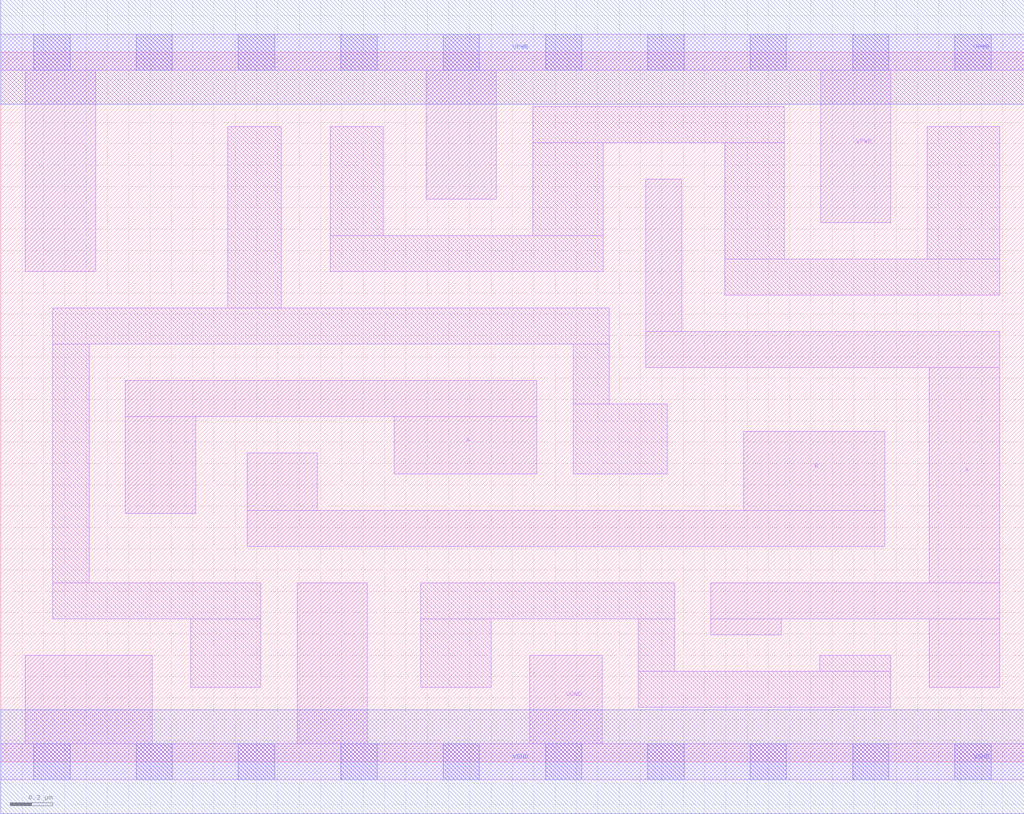
<source format=lef>
# Copyright 2020 The SkyWater PDK Authors
#
# Licensed under the Apache License, Version 2.0 (the "License");
# you may not use this file except in compliance with the License.
# You may obtain a copy of the License at
#
#     https://www.apache.org/licenses/LICENSE-2.0
#
# Unless required by applicable law or agreed to in writing, software
# distributed under the License is distributed on an "AS IS" BASIS,
# WITHOUT WARRANTIES OR CONDITIONS OF ANY KIND, either express or implied.
# See the License for the specific language governing permissions and
# limitations under the License.
#
# SPDX-License-Identifier: Apache-2.0

VERSION 5.7 ;
  NAMESCASESENSITIVE ON ;
  NOWIREEXTENSIONATPIN ON ;
  DIVIDERCHAR "/" ;
  BUSBITCHARS "[]" ;
UNITS
  DATABASE MICRONS 200 ;
END UNITS
MACRO sky130_fd_sc_ms__xor2_2
  CLASS CORE ;
  SOURCE USER ;
  FOREIGN sky130_fd_sc_ms__xor2_2 ;
  ORIGIN  0.000000  0.000000 ;
  SIZE  4.800000 BY  3.330000 ;
  SYMMETRY X Y ;
  SITE unit ;
  PIN A
    ANTENNAGATEAREA  0.901200 ;
    DIRECTION INPUT ;
    USE SIGNAL ;
    PORT
      LAYER li1 ;
        RECT 0.585000 1.165000 0.915000 1.620000 ;
        RECT 0.585000 1.620000 2.515000 1.790000 ;
        RECT 1.845000 1.350000 2.515000 1.620000 ;
    END
  END A
  PIN B
    ANTENNAGATEAREA  0.901200 ;
    DIRECTION INPUT ;
    USE SIGNAL ;
    PORT
      LAYER li1 ;
        RECT 1.155000 1.010000 4.145000 1.180000 ;
        RECT 1.155000 1.180000 1.485000 1.450000 ;
        RECT 3.485000 1.180000 4.145000 1.550000 ;
    END
  END B
  PIN X
    ANTENNADIFFAREA  0.720500 ;
    DIRECTION OUTPUT ;
    USE SIGNAL ;
    PORT
      LAYER li1 ;
        RECT 3.025000 1.850000 4.685000 2.020000 ;
        RECT 3.025000 2.020000 3.195000 2.735000 ;
        RECT 3.330000 0.595000 3.660000 0.670000 ;
        RECT 3.330000 0.670000 4.685000 0.840000 ;
        RECT 4.355000 0.350000 4.685000 0.670000 ;
        RECT 4.355000 0.840000 4.685000 1.850000 ;
    END
  END X
  PIN VGND
    DIRECTION INOUT ;
    USE GROUND ;
    PORT
      LAYER li1 ;
        RECT 0.000000 -0.085000 4.800000 0.085000 ;
        RECT 0.115000  0.085000 0.710000 0.500000 ;
        RECT 1.390000  0.085000 1.720000 0.840000 ;
        RECT 2.480000  0.085000 2.820000 0.500000 ;
      LAYER mcon ;
        RECT 0.155000 -0.085000 0.325000 0.085000 ;
        RECT 0.635000 -0.085000 0.805000 0.085000 ;
        RECT 1.115000 -0.085000 1.285000 0.085000 ;
        RECT 1.595000 -0.085000 1.765000 0.085000 ;
        RECT 2.075000 -0.085000 2.245000 0.085000 ;
        RECT 2.555000 -0.085000 2.725000 0.085000 ;
        RECT 3.035000 -0.085000 3.205000 0.085000 ;
        RECT 3.515000 -0.085000 3.685000 0.085000 ;
        RECT 3.995000 -0.085000 4.165000 0.085000 ;
        RECT 4.475000 -0.085000 4.645000 0.085000 ;
      LAYER met1 ;
        RECT 0.000000 -0.245000 4.800000 0.245000 ;
    END
  END VGND
  PIN VPWR
    DIRECTION INOUT ;
    USE POWER ;
    PORT
      LAYER li1 ;
        RECT 0.000000 3.245000 4.800000 3.415000 ;
        RECT 0.115000 2.300000 0.445000 3.245000 ;
        RECT 1.995000 2.640000 2.325000 3.245000 ;
        RECT 3.845000 2.530000 4.175000 3.245000 ;
      LAYER mcon ;
        RECT 0.155000 3.245000 0.325000 3.415000 ;
        RECT 0.635000 3.245000 0.805000 3.415000 ;
        RECT 1.115000 3.245000 1.285000 3.415000 ;
        RECT 1.595000 3.245000 1.765000 3.415000 ;
        RECT 2.075000 3.245000 2.245000 3.415000 ;
        RECT 2.555000 3.245000 2.725000 3.415000 ;
        RECT 3.035000 3.245000 3.205000 3.415000 ;
        RECT 3.515000 3.245000 3.685000 3.415000 ;
        RECT 3.995000 3.245000 4.165000 3.415000 ;
        RECT 4.475000 3.245000 4.645000 3.415000 ;
      LAYER met1 ;
        RECT 0.000000 3.085000 4.800000 3.575000 ;
    END
  END VPWR
  OBS
    LAYER li1 ;
      RECT 0.245000 0.670000 1.220000 0.840000 ;
      RECT 0.245000 0.840000 0.415000 1.960000 ;
      RECT 0.245000 1.960000 2.855000 2.130000 ;
      RECT 0.890000 0.350000 1.220000 0.670000 ;
      RECT 1.065000 2.130000 1.315000 2.980000 ;
      RECT 1.545000 2.300000 2.825000 2.470000 ;
      RECT 1.545000 2.470000 1.795000 2.980000 ;
      RECT 1.970000 0.350000 2.300000 0.670000 ;
      RECT 1.970000 0.670000 3.160000 0.840000 ;
      RECT 2.495000 2.470000 2.825000 2.905000 ;
      RECT 2.495000 2.905000 3.675000 3.075000 ;
      RECT 2.685000 1.350000 3.125000 1.680000 ;
      RECT 2.685000 1.680000 2.855000 1.960000 ;
      RECT 2.990000 0.255000 4.175000 0.425000 ;
      RECT 2.990000 0.425000 3.160000 0.670000 ;
      RECT 3.395000 2.190000 4.685000 2.360000 ;
      RECT 3.395000 2.360000 3.675000 2.905000 ;
      RECT 3.840000 0.425000 4.175000 0.500000 ;
      RECT 4.345000 2.360000 4.685000 2.980000 ;
  END
END sky130_fd_sc_ms__xor2_2

</source>
